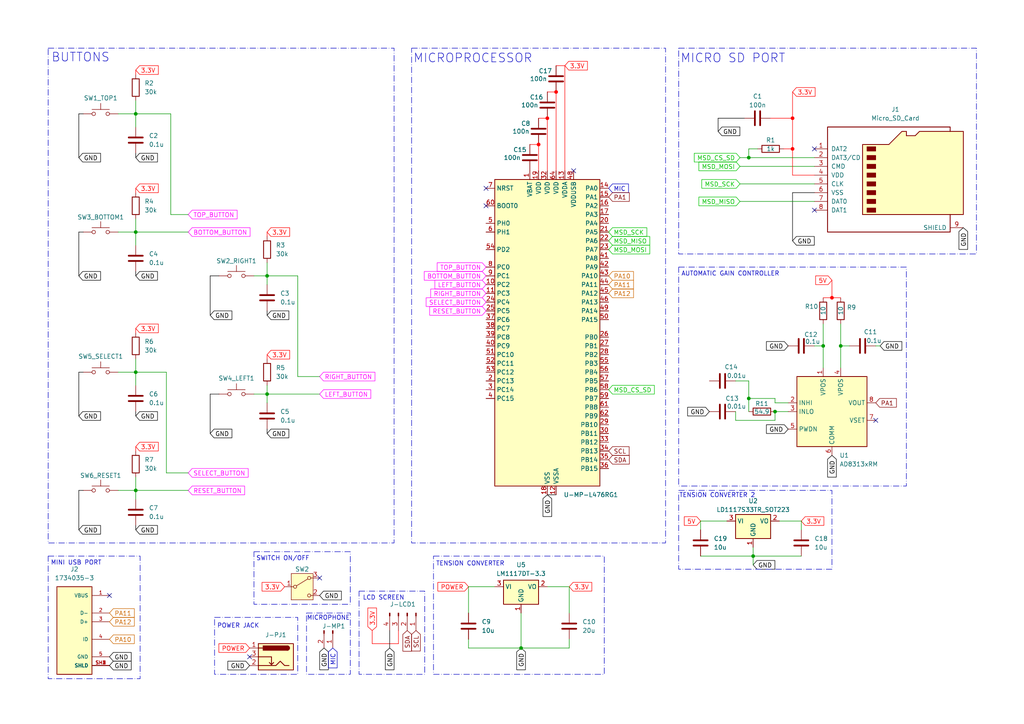
<source format=kicad_sch>
(kicad_sch (version 20231120) (generator "eeschema") (generator_version "8.0")
  (paper "A4")
  (title_block (title "Module d'Apprentissage de Piano Automatisé") (date "2024-09-24") (rev "V1") (company "ENSEA"))
  (lib_symbols
    (symbol "Connector:Barrel_Jack_Switch" (pin_names hide)
      (property "Reference" "J" (at 0 5.334 0))
      (property "Value" "Barrel_Jack_Switch" (at 0 -5.08 0))
      (symbol "Barrel_Jack_Switch_0_1"
        (rectangle (start -5.08 3.81) (end 5.08 -3.81) (stroke (width 0.254)) (fill (type background)))
        (arc (start -3.302 3.175) (mid -3.9343 2.54) (end -3.302 1.905) (stroke (width 0.254)))
        (arc (start -3.302 3.175) (mid -3.9343 2.54) (end -3.302 1.905) (stroke (width 0.254)) (fill (type outline)))
        (polyline (pts (xy 1.27 -2.286) (xy 1.905 -1.651)) (stroke (width 0.254)))
        (polyline (pts (xy 5.08 2.54) (xy 3.81 2.54)) (stroke (width 0.254)))
        (polyline (pts (xy 5.08 0) (xy 1.27 0) (xy 1.27 -2.286) (xy 0.635 -1.651)) (stroke (width 0.254)))
        (polyline (pts (xy -3.81 -2.54) (xy -2.54 -2.54) (xy -1.27 -1.27) (xy 0 -2.54) (xy 2.54 -2.54) (xy 5.08 -2.54)) (stroke (width 0.254)))
        (rectangle (start 3.683 3.175) (end -3.302 1.905) (stroke (width 0.254)) (fill (type outline)))
      )
      (symbol "Barrel_Jack_Switch_1_1"
        (pin passive line (at 7.62 2.54 180) (length 2.54) (name "~") (number "1"))
        (pin passive line (at 7.62 -2.54 180) (length 2.54) (name "~") (number "2"))
        (pin passive line (at 7.62 0 180) (length 2.54) (name "~") (number "3"))
      )
    )
    (symbol "Connector:Conn_01x02_Pin" (pin_names (offset 1.016) hide)
      (property "Reference" "J" (at 0 2.54 0))
      (property "Value" "Conn_01x02_Pin" (at 0 -5.08 0))
      (symbol "Conn_01x02_Pin_1_1"
        (polyline (pts (xy 1.27 -2.54) (xy 0.8636 -2.54)) (stroke (width 0.1524)))
        (polyline (pts (xy 1.27 0) (xy 0.8636 0)) (stroke (width 0.1524)))
        (rectangle (start 0.8636 -2.413) (end 0 -2.667) (stroke (width 0.1524)) (fill (type outline)))
        (rectangle (start 0.8636 0.127) (end 0 -0.127) (stroke (width 0.1524)) (fill (type outline)))
        (pin passive line (at 5.08 0 180) (length 3.81) (name "Pin_1") (number "1"))
        (pin passive line (at 5.08 -2.54 180) (length 3.81) (name "Pin_2") (number "2"))
      )
    )
    (symbol "Connector:Conn_01x04_Pin" (pin_names (offset 1.016) hide)
      (property "Reference" "J" (at 0 5.08 0))
      (property "Value" "Conn_01x04_Pin" (at 0 -7.62 0))
      (symbol "Conn_01x04_Pin_1_1"
        (polyline (pts (xy 1.27 -5.08) (xy 0.8636 -5.08)) (stroke (width 0.1524)))
        (polyline (pts (xy 1.27 -2.54) (xy 0.8636 -2.54)) (stroke (width 0.1524)))
        (polyline (pts (xy 1.27 0) (xy 0.8636 0)) (stroke (width 0.1524)))
        (polyline (pts (xy 1.27 2.54) (xy 0.8636 2.54)) (stroke (width 0.1524)))
        (rectangle (start 0.8636 -4.953) (end 0 -5.207) (stroke (width 0.1524)) (fill (type outline)))
        (rectangle (start 0.8636 -2.413) (end 0 -2.667) (stroke (width 0.1524)) (fill (type outline)))
        (rectangle (start 0.8636 0.127) (end 0 -0.127) (stroke (width 0.1524)) (fill (type outline)))
        (rectangle (start 0.8636 2.667) (end 0 2.413) (stroke (width 0.1524)) (fill (type outline)))
        (pin passive line (at 5.08 2.54 180) (length 3.81) (name "Pin_1") (number "1"))
        (pin passive line (at 5.08 0 180) (length 3.81) (name "Pin_2") (number "2"))
        (pin passive line (at 5.08 -2.54 180) (length 3.81) (name "Pin_3") (number "3"))
        (pin passive line (at 5.08 -5.08 180) (length 3.81) (name "Pin_4") (number "4"))
      )
    )
    (symbol "Connector:Micro_SD_Card" (pin_names (offset 1.016))
      (property "Reference" "J" (at -16.51 15.24 0))
      (property "Value" "Micro_SD_Card" (at 16.51 15.24 0))
      (symbol "Micro_SD_Card_0_1"
        (rectangle (start -7.62 -9.525) (end -5.08 -10.795) (fill (type outline)))
        (rectangle (start -7.62 -6.985) (end -5.08 -8.255) (fill (type outline)))
        (rectangle (start -7.62 -4.445) (end -5.08 -5.715) (fill (type outline)))
        (rectangle (start -7.62 -1.905) (end -5.08 -3.175) (fill (type outline)))
        (rectangle (start -7.62 0.635) (end -5.08 -0.635) (fill (type outline)))
        (rectangle (start -7.62 3.175) (end -5.08 1.905) (fill (type outline)))
        (rectangle (start -7.62 5.715) (end -5.08 4.445) (fill (type outline)))
        (rectangle (start -7.62 8.255) (end -5.08 6.985) (fill (type outline)))
        (polyline (pts (xy 16.51 12.7) (xy 16.51 13.97) (xy -19.05 13.97) (xy -19.05 -16.51) (xy 16.51 -16.51) (xy 16.51 -11.43)) (stroke (width 0.254)))
        (polyline (pts (xy -8.89 -11.43) (xy -8.89 8.89) (xy -1.27 8.89) (xy 2.54 12.7) (xy 3.81 12.7) (xy 3.81 11.43) (xy 6.35 11.43) (xy 7.62 12.7) (xy 20.32 12.7) (xy 20.32 -11.43) (xy -8.89 -11.43)) (stroke (width 0.254)) (fill (type background)))
      )
      (symbol "Micro_SD_Card_1_1"
        (pin bidirectional line (at -22.86 7.62 0) (length 3.81) (name "DAT2") (number "1"))
        (pin bidirectional line (at -22.86 5.08 0) (length 3.81) (name "DAT3/CD") (number "2"))
        (pin input line (at -22.86 2.54 0) (length 3.81) (name "CMD") (number "3"))
        (pin power_in line (at -22.86 0 0) (length 3.81) (name "VDD") (number "4"))
        (pin input line (at -22.86 -2.54 0) (length 3.81) (name "CLK") (number "5"))
        (pin power_in line (at -22.86 -5.08 0) (length 3.81) (name "VSS") (number "6"))
        (pin bidirectional line (at -22.86 -7.62 0) (length 3.81) (name "DAT0") (number "7"))
        (pin bidirectional line (at -22.86 -10.16 0) (length 3.81) (name "DAT1") (number "8"))
        (pin passive line (at 20.32 -15.24 180) (length 3.81) (name "SHIELD") (number "9"))
      )
    )
    (symbol "Device:C" (pin_numbers hide) (pin_names (offset 0.254))
      (property "Reference" "C" (at 0.635 2.54 0))
      (property "Value" "C" (at 0.635 -2.54 0))
      (symbol "C_0_1"
        (polyline (pts (xy -2.032 -0.762) (xy 2.032 -0.762)) (stroke (width 0.508)))
        (polyline (pts (xy -2.032 0.762) (xy 2.032 0.762)) (stroke (width 0.508)))
      )
      (symbol "C_1_1"
        (pin passive line (at 0 3.81 270) (length 2.794) (name "~") (number "1"))
        (pin passive line (at 0 -3.81 90) (length 2.794) (name "~") (number "2"))
      )
    )
    (symbol "Device:R" (pin_numbers hide) (pin_names (offset 0))
      (property "Reference" "R" (at 2.032 0 90))
      (property "Value" "R" (at 0 0 90))
      (symbol "R_0_1"
        (rectangle (start -1.016 -2.54) (end 1.016 2.54) (stroke (width 0.254)))
      )
      (symbol "R_1_1"
        (pin passive line (at 0 3.81 270) (length 1.27) (name "~") (number "1"))
        (pin passive line (at 0 -3.81 90) (length 1.27) (name "~") (number "2"))
      )
    )
    (symbol "MCU_ST_STM32L4:STM32L476RGTx"
      (property "Reference" "U" (at -15.24 46.99 0))
      (property "Value" "STM32L476RGTx" (at 10.16 46.99 0))
      (symbol "STM32L476RGTx_0_1"
        (rectangle (start -15.24 -43.18) (end 15.24 45.72) (stroke (width 0.254)) (fill (type background)))
      )
      (symbol "STM32L476RGTx_1_1"
        (pin power_in line (at -5.08 48.26 270) (length 2.54) (name "VBAT") (number "1"))
        (pin bidirectional line (at -17.78 15.24 0) (length 2.54) (name "PC2") (number "10"))
        (pin bidirectional line (at -17.78 12.7 0) (length 2.54) (name "PC3") (number "11"))
        (pin power_in line (at 2.54 -45.72 90) (length 2.54) (name "VSSA") (number "12"))
        (pin power_in line (at 5.08 48.26 270) (length 2.54) (name "VDDA") (number "13"))
        (pin bidirectional line (at 17.78 43.18 180) (length 2.54) (name "PA0") (number "14"))
        (pin bidirectional line (at 17.78 40.64 180) (length 2.54) (name "PA1") (number "15"))
        (pin bidirectional line (at 17.78 38.1 180) (length 2.54) (name "PA2") (number "16"))
        (pin bidirectional line (at 17.78 35.56 180) (length 2.54) (name "PA3") (number "17"))
        (pin power_in line (at 0 -45.72 90) (length 2.54) (name "VSS") (number "18"))
        (pin power_in line (at -2.54 48.26 270) (length 2.54) (name "VDD") (number "19"))
        (pin bidirectional line (at -17.78 -12.7 0) (length 2.54) (name "PC13") (number "2"))
        (pin bidirectional line (at 17.78 33.02 180) (length 2.54) (name "PA4") (number "20"))
        (pin bidirectional line (at 17.78 30.48 180) (length 2.54) (name "PA5") (number "21"))
        (pin bidirectional line (at 17.78 27.94 180) (length 2.54) (name "PA6") (number "22"))
        (pin bidirectional line (at 17.78 25.4 180) (length 2.54) (name "PA7") (number "23"))
        (pin bidirectional line (at -17.78 10.16 0) (length 2.54) (name "PC4") (number "24"))
        (pin bidirectional line (at -17.78 7.62 0) (length 2.54) (name "PC5") (number "25"))
        (pin bidirectional line (at 17.78 0 180) (length 2.54) (name "PB0") (number "26"))
        (pin bidirectional line (at 17.78 -2.54 180) (length 2.54) (name "PB1") (number "27"))
        (pin bidirectional line (at 17.78 -5.08 180) (length 2.54) (name "PB2") (number "28"))
        (pin bidirectional line (at 17.78 -25.4 180) (length 2.54) (name "PB10") (number "29"))
        (pin bidirectional line (at -17.78 -15.24 0) (length 2.54) (name "PC14") (number "3"))
        (pin bidirectional line (at 17.78 -27.94 180) (length 2.54) (name "PB11") (number "30"))
        (pin passive line (at 0 -45.72 90) (length 2.54) hide (name "VSS") (number "31"))
        (pin power_in line (at 0 48.26 270) (length 2.54) (name "VDD") (number "32"))
        (pin bidirectional line (at 17.78 -30.48 180) (length 2.54) (name "PB12") (number "33"))
        (pin bidirectional line (at 17.78 -33.02 180) (length 2.54) (name "PB13") (number "34"))
        (pin bidirectional line (at 17.78 -35.56 180) (length 2.54) (name "PB14") (number "35"))
        (pin bidirectional line (at 17.78 -38.1 180) (length 2.54) (name "PB15") (number "36"))
        (pin bidirectional line (at -17.78 5.08 0) (length 2.54) (name "PC6") (number "37"))
        (pin bidirectional line (at -17.78 2.54 0) (length 2.54) (name "PC7") (number "38"))
        (pin bidirectional line (at -17.78 0 0) (length 2.54) (name "PC8") (number "39"))
        (pin bidirectional line (at -17.78 -17.78 0) (length 2.54) (name "PC15") (number "4"))
        (pin bidirectional line (at -17.78 -2.54 0) (length 2.54) (name "PC9") (number "40"))
        (pin bidirectional line (at 17.78 22.86 180) (length 2.54) (name "PA8") (number "41"))
        (pin bidirectional line (at 17.78 20.32 180) (length 2.54) (name "PA9") (number "42"))
        (pin bidirectional line (at 17.78 17.78 180) (length 2.54) (name "PA10") (number "43"))
        (pin bidirectional line (at 17.78 15.24 180) (length 2.54) (name "PA11") (number "44"))
        (pin bidirectional line (at 17.78 12.7 180) (length 2.54) (name "PA12") (number "45"))
        (pin bidirectional line (at 17.78 10.16 180) (length 2.54) (name "PA13") (number "46"))
        (pin passive line (at 0 -45.72 90) (length 2.54) hide (name "VSS") (number "47"))
        (pin power_in line (at 7.62 48.26 270) (length 2.54) (name "VDDUSB") (number "48"))
        (pin bidirectional line (at 17.78 7.62 180) (length 2.54) (name "PA14") (number "49"))
        (pin bidirectional line (at -17.78 33.02 0) (length 2.54) (name "PH0") (number "5"))
        (pin bidirectional line (at 17.78 5.08 180) (length 2.54) (name "PA15") (number "50"))
        (pin bidirectional line (at -17.78 -5.08 0) (length 2.54) (name "PC10") (number "51"))
        (pin bidirectional line (at -17.78 -7.62 0) (length 2.54) (name "PC11") (number "52"))
        (pin bidirectional line (at -17.78 -10.16 0) (length 2.54) (name "PC12") (number "53"))
        (pin bidirectional line (at -17.78 25.4 0) (length 2.54) (name "PD2") (number "54"))
        (pin bidirectional line (at 17.78 -7.62 180) (length 2.54) (name "PB3") (number "55"))
        (pin bidirectional line (at 17.78 -10.16 180) (length 2.54) (name "PB4") (number "56"))
        (pin bidirectional line (at 17.78 -12.7 180) (length 2.54) (name "PB5") (number "57"))
        (pin bidirectional line (at 17.78 -15.24 180) (length 2.54) (name "PB6") (number "58"))
        (pin bidirectional line (at 17.78 -17.78 180) (length 2.54) (name "PB7") (number "59"))
        (pin bidirectional line (at -17.78 30.48 0) (length 2.54) (name "PH1") (number "6"))
        (pin input line (at -17.78 38.1 0) (length 2.54) (name "BOOT0") (number "60"))
        (pin bidirectional line (at 17.78 -20.32 180) (length 2.54) (name "PB8") (number "61"))
        (pin bidirectional line (at 17.78 -22.86 180) (length 2.54) (name "PB9") (number "62"))
        (pin passive line (at 0 -45.72 90) (length 2.54) hide (name "VSS") (number "63"))
        (pin power_in line (at 2.54 48.26 270) (length 2.54) (name "VDD") (number "64"))
        (pin input line (at -17.78 43.18 0) (length 2.54) (name "NRST") (number "7"))
        (pin bidirectional line (at -17.78 20.32 0) (length 2.54) (name "PC0") (number "8"))
        (pin bidirectional line (at -17.78 17.78 0) (length 2.54) (name "PC1") (number "9"))
      )
    )
    (symbol "Port mini usb:1734035-3" (pin_names (offset 1.016))
      (property "Reference" "J" (at -5.0885 13.2301 0))
      (property "Value" "1734035-3" (at -5.0864 -15.2592 0))
      (symbol "1734035-3_0_0"
        (rectangle (start -5.08 -12.7) (end 5.08 12.7) (stroke (width 0.254)) (fill (type background)))
        (pin passive line (at 10.16 10.16 180) (length 5.08) (name "VBUS") (number "1"))
        (pin passive line (at 10.16 5.08 180) (length 5.08) (name "D-") (number "2"))
        (pin passive line (at 10.16 2.54 180) (length 5.08) (name "D+") (number "3"))
        (pin passive line (at 10.16 -2.54 180) (length 5.08) (name "ID") (number "4"))
        (pin passive line (at 10.16 -7.62 180) (length 5.08) (name "GND") (number "5"))
        (pin passive line (at 10.16 -10.16 180) (length 5.08) (name "SHLD") (number "SH1"))
        (pin passive line (at 10.16 -10.16 180) (length 5.08) (name "SHLD") (number "SH2"))
        (pin passive line (at 10.16 -10.16 180) (length 5.08) (name "SHLD") (number "SH3"))
        (pin passive line (at 10.16 -10.16 180) (length 5.08) (name "SHLD") (number "SH4"))
      )
    )
    (symbol "RF_Amplifier:AD8313xRM"
      (property "Reference" "U" (at 5.08 17.78 0))
      (property "Value" "AD8313xRM" (at 7.62 15.24 0))
      (symbol "AD8313xRM_0_1"
        (rectangle (start -10.16 10.16) (end 10.16 -10.16) (stroke (width 0.254)) (fill (type background)))
      )
      (symbol "AD8313xRM_1_1"
        (pin power_in line (at -2.54 12.7 270) (length 2.54) (name "VPOS") (number "1"))
        (pin input line (at -12.7 2.54 0) (length 2.54) (name "INHI") (number "2"))
        (pin input line (at -12.7 0 0) (length 2.54) (name "INLO") (number "3"))
        (pin power_in line (at 2.54 12.7 270) (length 2.54) (name "VPOS") (number "4"))
        (pin input line (at -12.7 -5.08 0) (length 2.54) (name "PWDN") (number "5"))
        (pin power_in line (at 0 -12.7 90) (length 2.54) (name "COMM") (number "6"))
        (pin input line (at 12.7 -2.54 180) (length 2.54) (name "VSET") (number "7"))
        (pin output line (at 12.7 2.54 180) (length 2.54) (name "VOUT") (number "8"))
      )
    )
    (symbol "Regulator_Linear:LD1117S33TR_SOT223"
      (property "Reference" "U" (at -3.81 3.175 0))
      (property "Value" "LD1117S33TR_SOT223" (at 0 3.175 0))
      (symbol "LD1117S33TR_SOT223_0_1"
        (rectangle (start -5.08 -5.08) (end 5.08 1.905) (stroke (width 0.254)) (fill (type background)))
      )
      (symbol "LD1117S33TR_SOT223_1_1"
        (pin power_in line (at 0 -7.62 90) (length 2.54) (name "GND") (number "1"))
        (pin power_out line (at 7.62 0 180) (length 2.54) (name "VO") (number "2"))
        (pin power_in line (at -7.62 0 0) (length 2.54) (name "VI") (number "3"))
      )
    )
    (symbol "Regulator_Linear:LM1117DT-3.3"
      (property "Reference" "U" (at -3.81 3.175 0))
      (property "Value" "LM1117DT-3.3" (at 0 3.175 0))
      (symbol "LM1117DT-3.3_0_1"
        (rectangle (start -5.08 -5.08) (end 5.08 1.905) (stroke (width 0.254)) (fill (type background)))
      )
      (symbol "LM1117DT-3.3_1_1"
        (pin power_in line (at 0 -7.62 90) (length 2.54) (name "GND") (number "1"))
        (pin power_out line (at 7.62 0 180) (length 2.54) (name "VO") (number "2"))
        (pin power_in line (at -7.62 0 0) (length 2.54) (name "VI") (number "3"))
      )
    )
    (symbol "Switch:SW_Push" (pin_numbers hide) (pin_names (offset 1.016) hide)
      (property "Reference" "SW" (at 1.27 2.54 0))
      (property "Value" "SW_Push" (at 0 -1.524 0))
      (symbol "SW_Push_0_1"
        (circle (center -2.032 0) (radius 0.508))
        (polyline (pts (xy 0 1.27) (xy 0 3.048)))
        (polyline (pts (xy 2.54 1.27) (xy -2.54 1.27)))
        (circle (center 2.032 0) (radius 0.508))
        (pin passive line (at -5.08 0 0) (length 2.54) (name "1") (number "1"))
        (pin passive line (at 5.08 0 180) (length 2.54) (name "2") (number "2"))
      )
    )
    (symbol "Switch:SW_Wuerth_450301014042" (pin_names (offset 1) hide)
      (property "Reference" "SW" (at 0 5.08 0))
      (property "Value" "SW_Wuerth_450301014042" (at 0 -5.08 0))
      (symbol "SW_Wuerth_450301014042_0_1"
        (circle (center -2.032 0) (radius 0.4572))
        (polyline (pts (xy -1.651 0.254) (xy 1.651 2.286)))
        (circle (center 2.032 -2.54) (radius 0.4572))
        (circle (center 2.032 2.54) (radius 0.4572))
      )
      (symbol "SW_Wuerth_450301014042_1_1"
        (rectangle (start -3.175 3.81) (end 3.175 -3.81) (fill (type background)))
        (pin passive line (at -5.08 0 0) (length 2.54) (name "B") (number "1"))
        (pin passive line (at 5.08 -2.54 180) (length 2.54) (name "C") (number "2"))
        (pin passive line (at 5.08 2.54 180) (length 2.54) (name "A") (number "3"))
      )
    )
  )
  (junction (at 39.37 142.24))
  (junction (at 217.17 45.72))
  (junction (at 229.87 34.29) (color 255 0 0 1))
  (junction (at 238.76 100.33))
  (junction (at 39.37 67.31))
  (junction (at 241.3 86.36) (color 255 0 0 1))
  (junction (at 39.37 33.02))
  (junction (at 161.29 26.67) (color 255 0 0 1))
  (junction (at 243.84 100.33))
  (junction (at 39.37 107.95))
  (junction (at 77.47 114.3))
  (junction (at 77.47 80.01))
  (junction (at 217.17 115.57))
  (junction (at 229.87 43.18) (color 255 0 0 1))
  (junction (at 218.44 161.29))
  (junction (at 158.75 34.29) (color 255 0 0 1))
  (junction (at 156.21 41.91) (color 255 0 0 1))
  (junction (at 151.13 187.96))
  (junction (at 224.79 119.38))
  (no_connect (at 236.22 43.18))
  (no_connect (at 31.75 172.72))
  (no_connect (at 92.71 167.64))
  (no_connect (at 140.97 59.69))
  (no_connect (at 166.37 49.53))
  (no_connect (at 254 121.92))
  (no_connect (at 140.97 54.61))
  (no_connect (at 72.39 190.5))
  (no_connect (at 236.22 60.96))
  (wire (pts (xy 60.96 80.01) (xy 63.5 80.01)) (stroke (width 0) (color 0 0 0 1)))
  (wire (pts (xy 243.84 106.68) (xy 243.84 100.33)))
  (wire (pts (xy 213.36 121.92) (xy 224.79 121.92)))
  (wire (pts (xy 115.57 186.69) (xy 107.95 186.69)) (stroke (width 0) (color 255 0 0 1)))
  (wire (pts (xy 135.89 170.18) (xy 143.51 170.18)))
  (wire (pts (xy 22.86 67.31) (xy 22.86 80.01)) (stroke (width 0) (color 0 0 0 1)))
  (wire (pts (xy 39.37 29.21) (xy 39.37 33.02)))
  (wire (pts (xy 39.37 44.45) (xy 39.37 45.72)) (stroke (width 0) (color 0 0 0 1)))
  (wire (pts (xy 161.29 26.67) (xy 161.29 49.53)) (stroke (width 0) (color 255 0 0 1)))
  (wire (pts (xy 135.89 187.96) (xy 151.13 187.96)))
  (wire (pts (xy 214.63 58.42) (xy 236.22 58.42)))
  (wire (pts (xy 208.28 38.1) (xy 208.28 34.29)) (stroke (width 0) (color 0 0 0 1)))
  (wire (pts (xy 224.79 115.57) (xy 224.79 116.84)))
  (wire (pts (xy 77.47 90.17) (xy 77.47 91.44)) (stroke (width 0) (color 0 0 0 1)))
  (wire (pts (xy 236.22 50.8) (xy 229.87 50.8)) (stroke (width 0) (color 255 0 0 1)))
  (wire (pts (xy 238.76 100.33) (xy 238.76 106.68)))
  (wire (pts (xy 49.53 33.02) (xy 39.37 33.02)))
  (wire (pts (xy 219.71 43.18) (xy 217.17 43.18)))
  (wire (pts (xy 92.71 109.22) (xy 86.36 109.22)))
  (wire (pts (xy 238.76 93.98) (xy 238.76 100.33)))
  (wire (pts (xy 48.26 137.16) (xy 48.26 107.95)))
  (wire (pts (xy 214.63 53.34) (xy 236.22 53.34)))
  (wire (pts (xy 218.44 161.29) (xy 218.44 163.83)))
  (wire (pts (xy 224.79 119.38) (xy 228.6 119.38)))
  (wire (pts (xy 151.13 177.8) (xy 151.13 187.96)))
  (wire (pts (xy 243.84 93.98) (xy 243.84 100.33)))
  (wire (pts (xy 22.86 142.24) (xy 24.13 142.24)) (stroke (width 0) (color 0 0 0 1)))
  (wire (pts (xy 208.28 34.29) (xy 215.9 34.29)) (stroke (width 0) (color 0 0 0 1)))
  (wire (pts (xy 217.17 119.38) (xy 217.17 115.57)))
  (wire (pts (xy 203.2 161.29) (xy 218.44 161.29)))
  (wire (pts (xy 217.17 45.72) (xy 236.22 45.72)))
  (wire (pts (xy 158.75 170.18) (xy 165.1 170.18)))
  (wire (pts (xy 77.47 76.2) (xy 77.47 80.01)))
  (wire (pts (xy 22.86 107.95) (xy 24.13 107.95)) (stroke (width 0) (color 0 0 0 1)))
  (wire (pts (xy 39.37 142.24) (xy 54.61 142.24)))
  (wire (pts (xy 161.29 19.05) (xy 163.83 19.05)) (stroke (width 0) (color 255 0 0 1)))
  (wire (pts (xy 224.79 121.92) (xy 224.79 119.38)))
  (wire (pts (xy 158.75 34.29) (xy 158.75 49.53)) (stroke (width 0) (color 255 0 0 1)))
  (wire (pts (xy 39.37 138.43) (xy 39.37 142.24)))
  (wire (pts (xy 217.17 110.49) (xy 217.17 115.57)))
  (wire (pts (xy 73.66 114.3) (xy 77.47 114.3)))
  (wire (pts (xy 158.75 143.51) (xy 161.29 143.51)) (stroke (width 0) (color 0 0 0 1)))
  (wire (pts (xy 39.37 67.31) (xy 39.37 71.12)))
  (wire (pts (xy 39.37 152.4) (xy 39.37 153.67)) (stroke (width 0) (color 0 0 0 1)))
  (wire (pts (xy 229.87 43.18) (xy 229.87 34.29)) (stroke (width 0) (color 255 0 0 1)))
  (wire (pts (xy 107.95 182.88) (xy 107.95 186.69)) (stroke (width 0) (color 255 0 0 1)))
  (wire (pts (xy 77.47 67.31) (xy 77.47 68.58)) (stroke (width 0) (color 255 0 0 1)))
  (wire (pts (xy 163.83 19.05) (xy 163.83 49.53)) (stroke (width 0) (color 255 0 0 1)))
  (wire (pts (xy 218.44 161.29) (xy 218.44 158.75)))
  (wire (pts (xy 22.86 33.02) (xy 24.13 33.02)) (stroke (width 0) (color 0 0 0 1)))
  (wire (pts (xy 236.22 100.33) (xy 238.76 100.33)))
  (wire (pts (xy 39.37 78.74) (xy 39.37 80.01)) (stroke (width 0) (color 0 0 0 1)))
  (wire (pts (xy 241.3 86.36) (xy 241.3 81.28)) (stroke (width 0) (color 255 0 0 1)))
  (wire (pts (xy 54.61 62.23) (xy 49.53 62.23)))
  (wire (pts (xy 77.47 114.3) (xy 92.71 114.3)))
  (wire (pts (xy 218.44 161.29) (xy 232.41 161.29)))
  (wire (pts (xy 158.75 26.67) (xy 161.29 26.67)) (stroke (width 0) (color 255 0 0 1)))
  (wire (pts (xy 232.41 151.13) (xy 232.41 153.67)))
  (wire (pts (xy 39.37 95.25) (xy 39.37 96.52)) (stroke (width 0) (color 255 0 0 1)))
  (wire (pts (xy 226.06 151.13) (xy 232.41 151.13)))
  (wire (pts (xy 135.89 185.42) (xy 135.89 187.96)))
  (wire (pts (xy 135.89 177.8) (xy 135.89 170.18)))
  (wire (pts (xy 243.84 100.33) (xy 246.38 100.33)))
  (wire (pts (xy 60.96 91.44) (xy 60.96 80.01)) (stroke (width 0) (color 0 0 0 1)))
  (wire (pts (xy 39.37 104.14) (xy 39.37 107.95)))
  (wire (pts (xy 39.37 142.24) (xy 39.37 144.78)))
  (wire (pts (xy 255.27 100.33) (xy 254 100.33)))
  (wire (pts (xy 86.36 109.22) (xy 86.36 80.01)))
  (wire (pts (xy 48.26 107.95) (xy 39.37 107.95)))
  (wire (pts (xy 22.86 153.67) (xy 22.86 142.24)) (stroke (width 0) (color 0 0 0 1)))
  (wire (pts (xy 217.17 43.18) (xy 217.17 45.72)))
  (wire (pts (xy 77.47 124.46) (xy 77.47 125.73)) (stroke (width 0) (color 0 0 0 1)))
  (wire (pts (xy 54.61 137.16) (xy 48.26 137.16)))
  (wire (pts (xy 34.29 67.31) (xy 39.37 67.31)))
  (wire (pts (xy 60.96 125.73) (xy 60.96 114.3)) (stroke (width 0) (color 0 0 0 1)))
  (wire (pts (xy 153.67 41.91) (xy 156.21 41.91)) (stroke (width 0) (color 255 0 0 1)))
  (wire (pts (xy 229.87 55.88) (xy 236.22 55.88)) (stroke (width 0) (color 0 0 0 1)))
  (wire (pts (xy 34.29 142.24) (xy 39.37 142.24)))
  (wire (pts (xy 86.36 80.01) (xy 77.47 80.01)))
  (wire (pts (xy 217.17 115.57) (xy 224.79 115.57)))
  (wire (pts (xy 39.37 119.38) (xy 39.37 120.65)) (stroke (width 0) (color 0 0 0 1)))
  (wire (pts (xy 39.37 129.54) (xy 39.37 130.81)) (stroke (width 0) (color 255 0 0 1)))
  (wire (pts (xy 203.2 151.13) (xy 210.82 151.13)))
  (wire (pts (xy 113.03 182.88) (xy 113.03 187.96)) (stroke (width 0) (color 0 0 0 1)))
  (wire (pts (xy 22.86 45.72) (xy 22.86 33.02)) (stroke (width 0) (color 0 0 0 1)))
  (wire (pts (xy 73.66 80.01) (xy 77.47 80.01)))
  (wire (pts (xy 39.37 67.31) (xy 54.61 67.31)))
  (wire (pts (xy 39.37 107.95) (xy 39.37 111.76)))
  (wire (pts (xy 39.37 63.5) (xy 39.37 67.31)))
  (wire (pts (xy 39.37 54.61) (xy 39.37 55.88)) (stroke (width 0) (color 255 0 0 1)))
  (wire (pts (xy 115.57 182.88) (xy 115.57 186.69)) (stroke (width 0) (color 255 0 0 1)))
  (wire (pts (xy 241.3 86.36) (xy 243.84 86.36)) (stroke (width 0) (color 255 0 0 1)))
  (wire (pts (xy 77.47 102.87) (xy 77.47 104.14)) (stroke (width 0) (color 255 0 0 1)))
  (wire (pts (xy 214.63 45.72) (xy 217.17 45.72)))
  (wire (pts (xy 229.87 50.8) (xy 229.87 43.18)) (stroke (width 0) (color 255 0 0 1)))
  (wire (pts (xy 77.47 80.01) (xy 77.47 82.55)))
  (wire (pts (xy 34.29 33.02) (xy 39.37 33.02)))
  (wire (pts (xy 22.86 67.31) (xy 24.13 67.31)) (stroke (width 0) (color 0 0 0 1)))
  (wire (pts (xy 22.86 120.65) (xy 22.86 107.95)) (stroke (width 0) (color 0 0 0 1)))
  (wire (pts (xy 34.29 107.95) (xy 39.37 107.95)))
  (wire (pts (xy 77.47 111.76) (xy 77.47 114.3)))
  (wire (pts (xy 213.36 110.49) (xy 217.17 110.49)))
  (wire (pts (xy 39.37 20.32) (xy 39.37 21.59)) (stroke (width 0) (color 255 0 0 1)))
  (wire (pts (xy 165.1 187.96) (xy 165.1 185.42)))
  (wire (pts (xy 156.21 41.91) (xy 156.21 49.53)) (stroke (width 0) (color 255 0 0 1)))
  (wire (pts (xy 227.33 43.18) (xy 229.87 43.18)) (stroke (width 0) (color 255 0 0 1)))
  (wire (pts (xy 224.79 116.84) (xy 228.6 116.84)))
  (wire (pts (xy 223.52 34.29) (xy 229.87 34.29)) (stroke (width 0) (color 255 0 0 1)))
  (wire (pts (xy 77.47 114.3) (xy 77.47 116.84)))
  (wire (pts (xy 213.36 119.38) (xy 213.36 121.92)))
  (wire (pts (xy 229.87 69.85) (xy 229.87 55.88)) (stroke (width 0) (color 0 0 0 1)))
  (wire (pts (xy 229.87 34.29) (xy 229.87 26.67)) (stroke (width 0) (color 255 0 0 1)))
  (wire (pts (xy 49.53 62.23) (xy 49.53 33.02)))
  (wire (pts (xy 156.21 34.29) (xy 158.75 34.29)) (stroke (width 0) (color 255 0 0 1)))
  (wire (pts (xy 151.13 187.96) (xy 165.1 187.96)))
  (wire (pts (xy 60.96 114.3) (xy 63.5 114.3)) (stroke (width 0) (color 0 0 0 1)))
  (wire (pts (xy 214.63 48.26) (xy 236.22 48.26)))
  (wire (pts (xy 203.2 153.67) (xy 203.2 151.13)))
  (wire (pts (xy 238.76 86.36) (xy 241.3 86.36)) (stroke (width 0) (color 255 0 0 1)))
  (wire (pts (xy 165.1 170.18) (xy 165.1 177.8)))
  (wire (pts (xy 39.37 33.02) (xy 39.37 36.83)))
  (text_box "" (at 196.85 77.47 0) (size 66.04 63.5) (stroke (width 0) (type dash_dot)) (effects (font (size 1.27 1.27)) (justify left top)))
  (text_box "" (at 125.73 161.29 0) (size 49.53 34.29) (stroke (width 0) (type dash_dot)) (effects (font (size 1.27 1.27)) (justify left top)))
  (text_box "" (at 13.97 13.97 0) (size 100.33 143.51) (stroke (width 0) (type dash_dot)) (effects (font (size 1.27 1.27)) (justify left top)))
  (text_box "" (at 104.14 171.45 0) (size 19.05 24.13) (stroke (width 0) (type dash_dot)) (effects (font (size 1.27 1.27)) (justify left top)))
  (text_box "" (at 62.23 179.07 0) (size 24.13 16.51) (stroke (width 0) (type dash_dot)) (effects (font (size 1.27 1.27)) (justify left top)))
  (text_box "" (at 119.38 13.97 0) (size 73.66 143.51) (stroke (width 0) (type dash_dot)) (effects (font (size 1.27 1.27)) (justify left top)))
  (text_box "" (at 196.85 142.24 0) (size 44.45 22.86) (stroke (width 0) (type dash_dot)) (effects (font (size 1.27 1.27)) (justify left top)))
  (text_box "" (at 73.66 160.02 0) (size 27.94 15.24) (stroke (width 0) (type dash_dot)) (effects (font (size 1.27 1.27)) (justify left top)))
  (text_box "" (at 88.9 177.8 0) (size 12.7 17.78) (stroke (width 0) (type dash_dot)) (effects (font (size 1.27 1.27)) (justify left top)))
  (text_box "" (at 196.85 13.97 0) (size 86.36 59.69) (stroke (width 0) (type dash_dot)) (effects (font (size 1.27 1.27)) (justify left top)))
  (text_box "" (at 13.97 161.29 0) (size 26.67 35.56) (stroke (width 0) (type dash_dot)) (effects (font (size 1.27 1.27)) (justify left top)))
  (text "TENSION CONVERTER 2" (at 208.026 143.764 0) (effects (font (size 1.27 1.27))))
  (text "MICROPROCESSOR" (at 137.16 17.018 0) (effects (font (size 2.54 2.54))))
  (text "SWITCH ON/OFF" (at 82.042 162.052 0) (effects (font (size 1.27 1.27))))
  (text "LCD SCREEN" (at 111.252 173.482 0) (effects (font (size 1.27 1.27))))
  (text "MINI USB PORT" (at 22.098 163.322 0) (effects (font (size 1.27 1.27))))
  (text "TENSION CONVERTER" (at 136.398 163.576 0) (effects (font (size 1.27 1.27))))
  (text "BUTTONS" (at 23.368 16.764 0) (effects (font (size 2.54 2.54))))
  (text "MICROPHONE" (at 95.25 179.324 0) (effects (font (size 1.27 1.27))))
  (text "AUTOMATIC GAIN CONTROLLER" (at 211.836 79.502 0) (effects (font (size 1.27 1.27))))
  (text "POWER JACK" (at 69.088 181.61 0) (effects (font (size 1.27 1.27))))
  (text "MICRO SD PORT" (at 212.598 17.018 0) (effects (font (size 2.54 2.54))))
  (global_label "GND" (shape input) (at 228.6 100.33 180) (property "Intersheetrefs" "${INTERSHEET_REFS}" (effects (hide yes))))
  (global_label "PA12" (shape input) (at 176.53 85.09 0) (property "Intersheetrefs" "${INTERSHEET_REFS}" (effects (hide yes))))
  (global_label "3.3V" (shape input) (at 165.1 170.18 0) (property "Intersheetrefs" "${INTERSHEET_REFS}" (effects (hide yes))))
  (global_label "3.3V" (shape input) (at 232.41 151.13 0) (property "Intersheetrefs" "${INTERSHEET_REFS}" (effects (hide yes))))
  (global_label "MSD_MISO" (shape input) (at 214.63 58.42 180) (property "Intersheetrefs" "${INTERSHEET_REFS}" (effects (hide yes))))
  (global_label "PA10" (shape input) (at 31.75 185.42 0) (property "Intersheetrefs" "${INTERSHEET_REFS}" (effects (hide yes))))
  (global_label "5V" (shape input) (at 241.3 81.28 180) (property "Intersheetrefs" "${INTERSHEET_REFS}" (effects (hide yes))))
  (global_label "MSD_MOSI" (shape input) (at 214.63 48.26 180) (property "Intersheetrefs" "${INTERSHEET_REFS}" (effects (hide yes))))
  (global_label "SELECT_BUTTON" (shape input) (at 54.61 137.16 0) (property "Intersheetrefs" "${INTERSHEET_REFS}" (effects (hide yes))))
  (global_label "PA1" (shape input) (at 176.53 57.15 0) (property "Intersheetrefs" "${INTERSHEET_REFS}" (effects (hide yes))))
  (global_label "SCL" (shape input) (at 176.53 130.81 0) (property "Intersheetrefs" "${INTERSHEET_REFS}" (effects (hide yes))))
  (global_label "MSD_CS_SD" (shape input) (at 176.53 113.03 0) (property "Intersheetrefs" "${INTERSHEET_REFS}" (effects (hide yes))))
  (global_label "SELECT_BUTTON" (shape input) (at 140.97 87.63 180) (property "Intersheetrefs" "${INTERSHEET_REFS}" (effects (hide yes))))
  (global_label "GND" (shape input) (at 22.86 120.65 0) (property "Intersheetrefs" "${INTERSHEET_REFS}" (effects (hide yes))))
  (global_label "3.3V" (shape input) (at 39.37 129.54 0) (property "Intersheetrefs" "${INTERSHEET_REFS}" (effects (hide yes))))
  (global_label "GND" (shape input) (at 39.37 80.01 0) (property "Intersheetrefs" "${INTERSHEET_REFS}" (effects (hide yes))))
  (global_label "SDA" (shape input) (at 118.11 182.88 270) (property "Intersheetrefs" "${INTERSHEET_REFS}" (effects (hide yes))))
  (global_label "MSD_MISO" (shape input) (at 176.53 69.85 0) (property "Intersheetrefs" "${INTERSHEET_REFS}" (effects (hide yes))))
  (global_label "GND" (shape input) (at 113.03 187.96 270) (property "Intersheetrefs" "${INTERSHEET_REFS}" (effects (hide yes))))
  (global_label "GND" (shape input) (at 60.96 91.44 0) (property "Intersheetrefs" "${INTERSHEET_REFS}" (effects (hide yes))))
  (global_label "SDA" (shape input) (at 176.53 133.35 0) (property "Intersheetrefs" "${INTERSHEET_REFS}" (effects (hide yes))))
  (global_label "MSD_SCK" (shape input) (at 176.53 67.31 0) (property "Intersheetrefs" "${INTERSHEET_REFS}" (effects (hide yes))))
  (global_label "LEFT_BUTTON" (shape input) (at 140.97 82.55 180) (property "Intersheetrefs" "${INTERSHEET_REFS}" (effects (hide yes))))
  (global_label "5V" (shape input) (at 203.2 151.13 180) (property "Intersheetrefs" "${INTERSHEET_REFS}" (effects (hide yes))))
  (global_label "PA11" (shape input) (at 31.75 177.8 0) (property "Intersheetrefs" "${INTERSHEET_REFS}" (effects (hide yes))))
  (global_label "GND" (shape input) (at 93.98 187.96 270) (property "Intersheetrefs" "${INTERSHEET_REFS}" (effects (hide yes))))
  (global_label "3.3V" (shape input) (at 163.83 19.05 0) (property "Intersheetrefs" "${INTERSHEET_REFS}" (effects (hide yes))))
  (global_label "MSD_MOSI" (shape input) (at 176.53 72.39 0) (property "Intersheetrefs" "${INTERSHEET_REFS}" (effects (hide yes))))
  (global_label "RESET_BUTTON" (shape input) (at 54.61 142.24 0) (property "Intersheetrefs" "${INTERSHEET_REFS}" (effects (hide yes))))
  (global_label "3.3V" (shape input) (at 39.37 95.25 0) (property "Intersheetrefs" "${INTERSHEET_REFS}" (effects (hide yes))))
  (global_label "PA12" (shape input) (at 31.75 180.34 0) (property "Intersheetrefs" "${INTERSHEET_REFS}" (effects (hide yes))))
  (global_label "3.3V" (shape input) (at 82.55 170.18 180) (property "Intersheetrefs" "${INTERSHEET_REFS}" (effects (hide yes))))
  (global_label "GND" (shape input) (at 39.37 153.67 0) (property "Intersheetrefs" "${INTERSHEET_REFS}" (effects (hide yes))))
  (global_label "GND" (shape input) (at 229.87 69.85 0) (property "Intersheetrefs" "${INTERSHEET_REFS}" (effects (hide yes))))
  (global_label "POWER" (shape input) (at 135.89 170.18 180) (property "Intersheetrefs" "${INTERSHEET_REFS}" (effects (hide yes))))
  (global_label "SCL" (shape input) (at 120.65 182.88 270) (property "Intersheetrefs" "${INTERSHEET_REFS}" (effects (hide yes))))
  (global_label "GND" (shape input) (at 39.37 120.65 0) (property "Intersheetrefs" "${INTERSHEET_REFS}" (effects (hide yes))))
  (global_label "MSD_CS_SD" (shape input) (at 214.63 45.72 180) (property "Intersheetrefs" "${INTERSHEET_REFS}" (effects (hide yes))))
  (global_label "TOP_BUTTON" (shape input) (at 54.61 62.23 0) (property "Intersheetrefs" "${INTERSHEET_REFS}" (effects (hide yes))))
  (global_label "GND" (shape input) (at 39.37 45.72 0) (property "Intersheetrefs" "${INTERSHEET_REFS}" (effects (hide yes))))
  (global_label "GND" (shape input) (at 208.28 38.1 0) (property "Intersheetrefs" "${INTERSHEET_REFS}" (effects (hide yes))))
  (global_label "3.3V" (shape input) (at 77.47 102.87 0) (property "Intersheetrefs" "${INTERSHEET_REFS}" (effects (hide yes))))
  (global_label "3.3V" (shape input) (at 39.37 20.32 0) (property "Intersheetrefs" "${INTERSHEET_REFS}" (effects (hide yes))))
  (global_label "RIGHT_BUTTON" (shape input) (at 92.71 109.22 0) (property "Intersheetrefs" "${INTERSHEET_REFS}" (effects (hide yes))))
  (global_label "3.3V" (shape input) (at 39.37 54.61 0) (property "Intersheetrefs" "${INTERSHEET_REFS}" (effects (hide yes))))
  (global_label "GND" (shape input) (at 205.74 119.38 180) (property "Intersheetrefs" "${INTERSHEET_REFS}" (effects (hide yes))))
  (global_label "GND" (shape input) (at 22.86 45.72 0) (property "Intersheetrefs" "${INTERSHEET_REFS}" (effects (hide yes))))
  (global_label "GND" (shape input) (at 22.86 80.01 0) (property "Intersheetrefs" "${INTERSHEET_REFS}" (effects (hide yes))))
  (global_label "GND" (shape input) (at 255.27 100.33 0) (property "Intersheetrefs" "${INTERSHEET_REFS}" (effects (hide yes))))
  (global_label "PA1" (shape input) (at 254 116.84 0) (property "Intersheetrefs" "${INTERSHEET_REFS}" (effects (hide yes))))
  (global_label "RIGHT_BUTTON" (shape input) (at 140.97 85.09 180) (property "Intersheetrefs" "${INTERSHEET_REFS}" (effects (hide yes))))
  (global_label "MIC" (shape input) (at 96.52 187.96 270) (property "Intersheetrefs" "${INTERSHEET_REFS}" (effects (hide yes))))
  (global_label "GND" (shape input) (at 31.75 190.5 0) (property "Intersheetrefs" "${INTERSHEET_REFS}" (effects (hide yes))))
  (global_label "TOP_BUTTON" (shape input) (at 140.97 77.47 180) (property "Intersheetrefs" "${INTERSHEET_REFS}" (effects (hide yes))))
  (global_label "BOTTOM_BUTTON" (shape input) (at 54.61 67.31 0) (property "Intersheetrefs" "${INTERSHEET_REFS}" (effects (hide yes))))
  (global_label "GND" (shape input) (at 158.75 143.51 270) (property "Intersheetrefs" "${INTERSHEET_REFS}" (effects (hide yes))))
  (global_label "LEFT_BUTTON" (shape input) (at 92.71 114.3 0) (property "Intersheetrefs" "${INTERSHEET_REFS}" (effects (hide yes))))
  (global_label "GND" (shape input) (at 228.6 124.46 180) (property "Intersheetrefs" "${INTERSHEET_REFS}" (effects (hide yes))))
  (global_label "GND" (shape input) (at 241.3 132.08 270) (property "Intersheetrefs" "${INTERSHEET_REFS}" (effects (hide yes))))
  (global_label "GND" (shape input) (at 60.96 125.73 0) (property "Intersheetrefs" "${INTERSHEET_REFS}" (effects (hide yes))))
  (global_label "GND" (shape input) (at 151.13 187.96 270) (property "Intersheetrefs" "${INTERSHEET_REFS}" (effects (hide yes))))
  (global_label "GND" (shape input) (at 77.47 91.44 0) (property "Intersheetrefs" "${INTERSHEET_REFS}" (effects (hide yes))))
  (global_label "BOTTOM_BUTTON" (shape input) (at 140.97 80.01 180) (property "Intersheetrefs" "${INTERSHEET_REFS}" (effects (hide yes))))
  (global_label "PA10" (shape input) (at 176.53 80.01 0) (property "Intersheetrefs" "${INTERSHEET_REFS}" (effects (hide yes))))
  (global_label "GND" (shape input) (at 72.39 193.04 180) (property "Intersheetrefs" "${INTERSHEET_REFS}" (effects (hide yes))))
  (global_label "GND" (shape input) (at 31.75 193.04 0) (property "Intersheetrefs" "${INTERSHEET_REFS}" (effects (hide yes))))
  (global_label "GND" (shape input) (at 92.71 172.72 0) (property "Intersheetrefs" "${INTERSHEET_REFS}" (effects (hide yes))))
  (global_label "GND" (shape input) (at 22.86 153.67 0) (property "Intersheetrefs" "${INTERSHEET_REFS}" (effects (hide yes))))
  (global_label "GND" (shape input) (at 77.47 125.73 0) (property "Intersheetrefs" "${INTERSHEET_REFS}" (effects (hide yes))))
  (global_label "MSD_SCK" (shape input) (at 214.63 53.34 180) (property "Intersheetrefs" "${INTERSHEET_REFS}" (effects (hide yes))))
  (global_label "3.3V" (shape input) (at 107.95 182.88 90) (property "Intersheetrefs" "${INTERSHEET_REFS}" (effects (hide yes))))
  (global_label "PA11" (shape input) (at 176.53 82.55 0) (property "Intersheetrefs" "${INTERSHEET_REFS}" (effects (hide yes))))
  (global_label "RESET_BUTTON" (shape input) (at 140.97 90.17 180) (property "Intersheetrefs" "${INTERSHEET_REFS}" (effects (hide yes))))
  (global_label "MIC" (shape input) (at 176.53 54.61 0) (property "Intersheetrefs" "${INTERSHEET_REFS}" (effects (hide yes))))
  (global_label "3.3V" (shape input) (at 77.47 67.31 0) (property "Intersheetrefs" "${INTERSHEET_REFS}" (effects (hide yes))))
  (global_label "GND" (shape input) (at 279.4 66.04 270) (property "Intersheetrefs" "${INTERSHEET_REFS}" (effects (hide yes))))
  (global_label "3.3V" (shape input) (at 229.87 26.67 0) (property "Intersheetrefs" "${INTERSHEET_REFS}" (effects (hide yes))))
  (global_label "POWER" (shape input) (at 72.39 187.96 180) (property "Intersheetrefs" "${INTERSHEET_REFS}" (effects (hide yes))))
  (global_label "GND" (shape input) (at 218.44 163.83 0) (property "Intersheetrefs" "${INTERSHEET_REFS}" (effects (hide yes))))
  (symbol (lib_id "Switch:SW_Push") (at 29.21 33.02 0) (unit 1)
    (property "Reference" "SW1_TOP1" (at 29.21 28.448 0))
    (property "Value" "SW_Push" (effects (hide yes)))
    (property "Footprint" "Button_Switch_THT:SW_PUSH_6mm" (effects (hide yes)))
    (property "Description" "Push button switch, generic, two pins" (effects (hide yes)))
  )
  (symbol (lib_id "Device:R") (at 220.98 119.38 90) (unit 1)
    (property "Reference" "R11" (at 220.98 117.094 90))
    (property "Value" "54.9" (at 220.98 119.38 90))
    (property "Footprint" "Resistor_SMD:R_0201_0603Metric" (effects (hide yes)))
    (property "Description" "Resistor" (effects (hide yes)))
  )
  (symbol (lib_id "Connector:Barrel_Jack_Switch") (at 80.01 190.5 0) (mirror y) (unit 1)
    (property "Reference" "J-PJ1" (at 80.01 184.15 0))
    (property "Value" "Barrel_Jack_Switch" (effects (hide yes)))
    (property "Footprint" "Connector_BarrelJack:BarrelJack_Horizontal" (effects (hide yes)))
    (property "Description" "DC Barrel Jack with an internal switch" (effects (hide yes)))
  )
  (symbol (lib_id "Device:C") (at 39.37 40.64 0) (unit 1)
    (property "Reference" "C2" (at 43.18 39.3699 0) (effects (justify left)))
    (property "Value" "0.1u" (at 43.18 41.9099 0) (effects (justify left)))
    (property "Footprint" "Capacitor_SMD:C_0603_1608Metric" (effects (hide yes)))
    (property "Description" "Unpolarized capacitor" (effects (hide yes)))
  )
  (symbol (lib_id "Device:R") (at 39.37 134.62 0) (unit 1)
    (property "Reference" "R7" (at 41.91 133.3499 0) (effects (justify left)))
    (property "Value" "30k" (at 41.91 135.8899 0) (effects (justify left)))
    (property "Footprint" "Resistor_SMD:R_0201_0603Metric" (effects (hide yes)))
    (property "Description" "Resistor" (effects (hide yes)))
  )
  (symbol (lib_id "Connector:Micro_SD_Card") (at 259.08 50.8 0) (unit 1)
    (property "Reference" "J1" (at 259.715 31.75 0))
    (property "Value" "Micro_SD_Card" (at 259.715 34.29 0))
    (property "Footprint" "Connector_Card:microSD_HC_Molex_47219-2001" (effects (hide yes)))
    (property "Datasheet" "http://katalog.we-online.de/em/datasheet/693072010801.pdf" (effects (hide yes)))
    (property "Description" "Micro SD Card Socket" (effects (hide yes)))
  )
  (symbol (lib_id "Connector:Conn_01x04_Pin") (at 118.11 177.8 270) (unit 1)
    (property "Reference" "J-LCD1" (at 116.84 175.26 90))
    (property "Value" "Conn_01x04_Pin" (effects (hide yes)))
    (property "Footprint" "Connector_PinHeader_2.54mm:PinHeader_1x04_P2.54mm_Horizontal" (effects (hide yes)))
    (property "Description" "Generic connector, single row, 01x04, script generated" (effects (hide yes)))
  )
  (symbol (lib_id "Device:C") (at 156.21 38.1 0) (unit 1)
    (property "Reference" "C8" (at 151.13 35.814 0) (effects (justify left)))
    (property "Value" "100n" (at 148.59 38.1 0) (effects (justify left)))
    (property "Footprint" "Capacitor_SMD:C_0603_1608Metric" (effects (hide yes)))
    (property "Description" "Unpolarized capacitor" (effects (hide yes)))
  )
  (symbol (lib_id "Switch:SW_Push") (at 68.58 114.3 0) (unit 1)
    (property "Reference" "SW4_LEFT1" (at 68.58 109.728 0))
    (property "Value" "SW_Push" (effects (hide yes)))
    (property "Footprint" "Button_Switch_THT:SW_PUSH_6mm" (effects (hide yes)))
    (property "Description" "Push button switch, generic, two pins" (effects (hide yes)))
  )
  (symbol (lib_id "Switch:SW_Push") (at 29.21 107.95 0) (unit 1)
    (property "Reference" "SW5_SELECT1" (at 29.21 103.378 0))
    (property "Value" "SW_Push" (effects (hide yes)))
    (property "Footprint" "Button_Switch_THT:SW_PUSH_6mm" (effects (hide yes)))
    (property "Description" "Push button switch, generic, two pins" (effects (hide yes)))
  )
  (symbol (lib_id "Device:C") (at 77.47 86.36 0) (unit 1)
    (property "Reference" "C3" (at 81.28 85.0899 0) (effects (justify left)))
    (property "Value" "0.1u" (at 81.28 87.6299 0) (effects (justify left)))
    (property "Footprint" "Capacitor_SMD:C_0603_1608Metric" (effects (hide yes)))
    (property "Description" "Unpolarized capacitor" (effects (hide yes)))
  )
  (symbol (lib_id "MCU_ST_STM32L4:STM32L476RGTx") (at 158.75 97.79 0) (unit 1)
    (property "Reference" "U-MP-L476RG1" (at 163.4841 143.51 0) (effects (justify left)))
    (property "Value" "STM32L476RGTx" (effects (hide yes)))
    (property "Footprint" "Package_QFP:LQFP-64_10x10mm_P0.5mm" (effects (hide yes)))
    (property "Datasheet" "https://www.st.com/resource/en/datasheet/stm32l476rg.pdf" (effects (hide yes)))
    (property "Description" "STMicroelectronics Arm Cortex-M4 MCU, 1024KB flash, 128KB RAM, 80 MHz, 1.71-3.6V, 51 GPIO, LQFP64" (effects (hide yes)))
  )
  (symbol (lib_id "Device:C") (at 209.55 110.49 90) (unit 1)
    (property "Reference" "C14" (at 212.09 106.426 90))
    (property "Value" "0.01u" (at 213.614 108.966 90))
    (property "Footprint" "Capacitor_SMD:C_0603_1608Metric" (effects (hide yes)))
    (property "Description" "Unpolarized capacitor" (effects (hide yes)))
  )
  (symbol (lib_id "Device:C") (at 250.19 100.33 90) (unit 1)
    (property "Reference" "C11" (at 252.476 96.266 90))
    (property "Value" "0.1u" (at 253.492 98.806 90))
    (property "Footprint" "Capacitor_SMD:C_0603_1608Metric" (effects (hide yes)))
    (property "Description" "Unpolarized capacitor" (effects (hide yes)))
  )
  (symbol (lib_id "Device:C") (at 219.71 34.29 90) (unit 1)
    (property "Reference" "C1" (at 219.71 27.94 90))
    (property "Value" "100n" (at 219.71 30.48 90))
    (property "Footprint" "Capacitor_SMD:C_0603_1608Metric" (effects (hide yes)))
    (property "Description" "Unpolarized capacitor" (effects (hide yes)))
  )
  (symbol (lib_id "Device:R") (at 39.37 100.33 0) (unit 1)
    (property "Reference" "R6" (at 41.91 99.0599 0) (effects (justify left)))
    (property "Value" "30k" (at 41.91 101.5999 0) (effects (justify left)))
    (property "Footprint" "Resistor_SMD:R_0201_0603Metric" (effects (hide yes)))
    (property "Description" "Resistor" (effects (hide yes)))
  )
  (symbol (lib_id "Device:C") (at 153.67 45.72 0) (unit 1)
    (property "Reference" "C15" (at 148.844 43.434 0) (effects (justify left)))
    (property "Value" "100n" (at 146.05 45.72 0) (effects (justify left)))
    (property "Footprint" "Capacitor_SMD:C_0603_1608Metric" (effects (hide yes)))
    (property "Description" "Unpolarized capacitor" (effects (hide yes)))
  )
  (symbol (lib_id "Connector:Conn_01x02_Pin") (at 96.52 182.88 270) (unit 1)
    (property "Reference" "J-MP1" (at 93.472 181.61 90) (effects (justify left)))
    (property "Value" "Conn_01x02_Pin" (effects (hide yes)))
    (property "Footprint" "Connector_PinHeader_2.54mm:PinHeader_1x02_P2.54mm_Horizontal" (effects (hide yes)))
    (property "Description" "Generic connector, single row, 01x02, script generated" (effects (hide yes)))
  )
  (symbol (lib_id "Device:R") (at 77.47 107.95 0) (unit 1)
    (property "Reference" "R5" (at 80.01 106.6799 0) (effects (justify left)))
    (property "Value" "30k" (at 80.01 109.2199 0) (effects (justify left)))
    (property "Footprint" "Resistor_SMD:R_0201_0603Metric" (effects (hide yes)))
    (property "Description" "Resistor" (effects (hide yes)))
  )
  (symbol (lib_id "Device:C") (at 158.75 30.48 0) (unit 1)
    (property "Reference" "C16" (at 153.67 28.194 0) (effects (justify left)))
    (property "Value" "100n" (at 151.13 30.48 0) (effects (justify left)))
    (property "Footprint" "Capacitor_SMD:C_0603_1608Metric" (effects (hide yes)))
    (property "Description" "Unpolarized capacitor" (effects (hide yes)))
  )
  (symbol (lib_id "Device:R") (at 77.47 72.39 0) (unit 1)
    (property "Reference" "R3" (at 80.01 71.1199 0) (effects (justify left)))
    (property "Value" "30k" (at 80.01 73.6599 0) (effects (justify left)))
    (property "Footprint" "Resistor_SMD:R_0201_0603Metric" (effects (hide yes)))
    (property "Description" "Resistor" (effects (hide yes)))
  )
  (symbol (lib_id "Device:C") (at 135.89 181.61 0) (unit 1)
    (property "Reference" "C9" (at 139.7 180.3399 0) (effects (justify left)))
    (property "Value" "10u" (at 139.7 182.8799 0) (effects (justify left)))
    (property "Footprint" "Capacitor_SMD:C_0603_1608Metric" (effects (hide yes)))
    (property "Description" "Unpolarized capacitor" (effects (hide yes)))
  )
  (symbol (lib_id "Device:C") (at 39.37 74.93 0) (unit 1)
    (property "Reference" "C4" (at 43.18 73.6599 0) (effects (justify left)))
    (property "Value" "0.1u" (at 43.18 76.1999 0) (effects (justify left)))
    (property "Footprint" "Capacitor_SMD:C_0603_1608Metric" (effects (hide yes)))
    (property "Description" "Unpolarized capacitor" (effects (hide yes)))
  )
  (symbol (lib_id "Device:R") (at 39.37 25.4 0) (unit 1)
    (property "Reference" "R2" (at 41.91 24.1299 0) (effects (justify left)))
    (property "Value" "30k" (at 41.91 26.6699 0) (effects (justify left)))
    (property "Footprint" "Resistor_SMD:R_0201_0603Metric" (effects (hide yes)))
    (property "Description" "Resistor" (effects (hide yes)))
  )
  (symbol (lib_id "Device:C") (at 209.55 119.38 90) (unit 1)
    (property "Reference" "C13" (at 212.344 115.57 90))
    (property "Value" "0.01u" (at 213.614 117.856 90))
    (property "Footprint" "Capacitor_SMD:C_0603_1608Metric" (effects (hide yes)))
    (property "Description" "Unpolarized capacitor" (effects (hide yes)))
  )
  (symbol (lib_id "Port mini usb:1734035-3") (at 21.59 182.88 0) (unit 1)
    (property "Reference" "J2" (at 21.59 165.1 0))
    (property "Value" "1734035-3" (at 21.59 167.64 0))
    (property "Footprint" "Port mini usb:TE_1734035-3" (effects (hide yes)))
    (property "Comment" "1734035-3" (effects (hide yes)))
    (property "MF" "TE Connectivity" (effects (hide yes)))
    (property "Description_1" "\n                        \n                            Conn Mini USB 2.0 Type B RCP 5 POS 0.8mm Solder RA SMD 5 Terminal 1 Port T/R\n                        \n" (effects (hide yes)))
    (property "Package" "None" (effects (hide yes)))
    (property "Price" "None" (effects (hide yes)))
    (property "Check_prices" "https://www.snapeda.com/parts/1734035-3/TE+Connectivity+AMP+Connectors/view-part/?ref=eda" (effects (hide yes)))
    (property "STANDARD" "Manufacturer Recommendation" (effects (hide yes)))
    (property "PARTREV" "F" (effects (hide yes)))
    (property "SnapEDA_Link" "https://www.snapeda.com/parts/1734035-3/TE+Connectivity+AMP+Connectors/view-part/?ref=snap" (effects (hide yes)))
    (property "MP" "1734035-3" (effects (hide yes)))
    (property "EU_RoHS_Compliance" "Compliant" (effects (hide yes)))
    (property "Availability" "In Stock" (effects (hide yes)))
    (property "MANUFACTURER" "TE Connectivity" (effects (hide yes)))
  )
  (symbol (lib_id "RF_Amplifier:AD8313xRM") (at 241.3 119.38 0) (unit 1)
    (property "Reference" "U1" (at 243.4941 132.08 0) (effects (justify left)))
    (property "Value" "AD8313xRM" (at 243.4941 134.62 0) (effects (justify left)))
    (property "Footprint" "Package_SO:MSOP-8_3x3mm_P0.65mm" (effects (hide yes)))
    (property "Datasheet" "https://www.analog.com/media/en/technical-documentation/data-sheets/AD8313.pdf" (effects (hide yes)))
    (property "Description" "100 MHz to 2.5 GHz, 80 dB Logarithmic Detector / Controller, MSOP-8" (effects (hide yes)))
  )
  (symbol (lib_id "Device:C") (at 232.41 157.48 0) (unit 1)
    (property "Reference" "C18" (at 236.22 156.2099 0) (effects (justify left)))
    (property "Value" "10u" (at 236.22 158.7499 0) (effects (justify left)))
    (property "Footprint" "Capacitor_SMD:C_0603_1608Metric" (effects (hide yes)))
    (property "Description" "Unpolarized capacitor" (effects (hide yes)))
  )
  (symbol (lib_id "Device:C") (at 165.1 181.61 0) (unit 1)
    (property "Reference" "C10" (at 168.91 180.3399 0) (effects (justify left)))
    (property "Value" "20u" (at 168.91 182.8799 0) (effects (justify left)))
    (property "Footprint" "Capacitor_SMD:C_0603_1608Metric" (effects (hide yes)))
    (property "Description" "Unpolarized capacitor" (effects (hide yes)))
  )
  (symbol (lib_id "Regulator_Linear:LD1117S33TR_SOT223") (at 218.44 151.13 0) (unit 1)
    (property "Reference" "U2" (at 218.44 145.288 0))
    (property "Value" "LD1117S33TR_SOT223" (at 218.44 147.828 0))
    (property "Footprint" "Package_TO_SOT_SMD:SOT-223-3_TabPin2" (effects (hide yes)))
    (property "Datasheet" "http://www.st.com/st-web-ui/static/active/en/resource/technical/document/datasheet/CD00000544.pdf" (effects (hide yes)))
    (property "Description" "800mA Fixed Low Drop Positive Voltage Regulator, Fixed Output 3.3V, SOT-223" (effects (hide yes)))
  )
  (symbol (lib_id "Device:R") (at 243.84 90.17 0) (unit 1)
    (property "Reference" "R9" (at 245.618 89.154 0) (effects (justify left)))
    (property "Value" "10" (at 243.84 91.44 90) (effects (justify left)))
    (property "Footprint" "Resistor_SMD:R_0201_0603Metric" (effects (hide yes)))
    (property "Description" "Resistor" (effects (hide yes)))
  )
  (symbol (lib_id "Switch:SW_Push") (at 29.21 67.31 0) (unit 1)
    (property "Reference" "SW3_BOTTOM1" (at 29.21 62.992 0))
    (property "Value" "SW_Push" (effects (hide yes)))
    (property "Footprint" "Button_Switch_THT:SW_PUSH_6mm" (effects (hide yes)))
    (property "Description" "Push button switch, generic, two pins" (effects (hide yes)))
  )
  (symbol (lib_id "Regulator_Linear:LM1117DT-3.3") (at 151.13 170.18 0) (unit 1)
    (property "Reference" "U5" (at 151.13 163.83 0))
    (property "Value" "LM1117DT-3.3" (at 151.13 166.37 0))
    (property "Footprint" "Package_TO_SOT_SMD:TO-252-3_TabPin2" (effects (hide yes)))
    (property "Datasheet" "http://www.ti.com/lit/ds/symlink/lm1117.pdf" (effects (hide yes)))
    (property "Description" "800mA Low-Dropout Linear Regulator, 3.3V fixed output, TO-252" (effects (hide yes)))
  )
  (symbol (lib_id "Switch:SW_Push") (at 68.58 80.01 0) (unit 1)
    (property "Reference" "SW2_RIGHT1" (at 68.58 75.692 0))
    (property "Value" "SW_Push" (effects (hide yes)))
    (property "Footprint" "Button_Switch_THT:SW_PUSH_6mm" (effects (hide yes)))
    (property "Description" "Push button switch, generic, two pins" (effects (hide yes)))
  )
  (symbol (lib_id "Switch:SW_Wuerth_450301014042") (at 87.63 170.18 0) (unit 1)
    (property "Reference" "SW2" (at 87.63 165.1 0))
    (property "Value" "SW_Wuerth_450301014042" (effects (hide yes)))
    (property "Footprint" "Button_Switch_THT:SW_Slide-03_Wuerth-WS-SLTV_10x2.5x6.4_P2.54mm" (effects (hide yes)))
    (property "Datasheet" "https://www.we-online.com/components/products/datasheet/450301014042.pdf" (effects (hide yes)))
    (property "Description" "Switch slide, single pole double throw" (effects (hide yes)))
  )
  (symbol (lib_id "Switch:SW_Push") (at 29.21 142.24 0) (unit 1)
    (property "Reference" "SW6_RESET1" (at 29.21 137.922 0))
    (property "Value" "SW_Push" (effects (hide yes)))
    (property "Footprint" "Button_Switch_THT:SW_PUSH_6mm" (effects (hide yes)))
    (property "Description" "Push button switch, generic, two pins" (effects (hide yes)))
  )
  (symbol (lib_id "Device:C") (at 232.41 100.33 90) (unit 1)
    (property "Reference" "C12" (at 235.204 97.028 90))
    (property "Value" "0.1u" (at 235.712 99.06 90))
    (property "Footprint" "Capacitor_SMD:C_0603_1608Metric" (effects (hide yes)))
    (property "Description" "Unpolarized capacitor" (effects (hide yes)))
  )
  (symbol (lib_id "Device:C") (at 77.47 120.65 0) (unit 1)
    (property "Reference" "C5" (at 81.28 119.3799 0) (effects (justify left)))
    (property "Value" "0.1u" (at 81.28 121.9199 0) (effects (justify left)))
    (property "Footprint" "Capacitor_SMD:C_0603_1608Metric" (effects (hide yes)))
    (property "Description" "Unpolarized capacitor" (effects (hide yes)))
  )
  (symbol (lib_id "Device:R") (at 39.37 59.69 0) (unit 1)
    (property "Reference" "R4" (at 41.91 58.4199 0) (effects (justify left)))
    (property "Value" "30k" (at 41.91 60.9599 0) (effects (justify left)))
    (property "Footprint" "Resistor_SMD:R_0201_0603Metric" (effects (hide yes)))
    (property "Description" "Resistor" (effects (hide yes)))
  )
  (symbol (lib_id "Device:C") (at 161.29 22.86 0) (unit 1)
    (property "Reference" "C17" (at 156.21 20.574 0) (effects (justify left)))
    (property "Value" "100n" (at 153.67 22.86 0) (effects (justify left)))
    (property "Footprint" "Capacitor_SMD:C_0603_1608Metric" (effects (hide yes)))
    (property "Description" "Unpolarized capacitor" (effects (hide yes)))
  )
  (symbol (lib_id "Device:C") (at 39.37 115.57 0) (unit 1)
    (property "Reference" "C6" (at 43.18 114.2999 0) (effects (justify left)))
    (property "Value" "0.1u" (at 43.18 116.8399 0) (effects (justify left)))
    (property "Footprint" "Capacitor_SMD:C_0603_1608Metric" (effects (hide yes)))
    (property "Description" "Unpolarized capacitor" (effects (hide yes)))
  )
  (symbol (lib_id "Device:R") (at 223.52 43.18 90) (unit 1)
    (property "Reference" "R1" (at 223.52 40.64 90))
    (property "Value" "1k" (at 223.52 43.18 90))
    (property "Footprint" "Resistor_SMD:R_0201_0603Metric" (effects (hide yes)))
    (property "Description" "Resistor" (effects (hide yes)))
  )
  (symbol (lib_id "Device:C") (at 203.2 157.48 0) (unit 1)
    (property "Reference" "C19" (at 207.01 156.2099 0) (effects (justify left)))
    (property "Value" "10u" (at 207.01 158.7499 0) (effects (justify left)))
    (property "Footprint" "Capacitor_SMD:C_0603_1608Metric" (effects (hide yes)))
    (property "Description" "Unpolarized capacitor" (effects (hide yes)))
  )
  (symbol (lib_id "Device:C") (at 39.37 148.59 0) (unit 1)
    (property "Reference" "C7" (at 43.18 147.3199 0) (effects (justify left)))
    (property "Value" "0.1u" (at 43.18 149.8599 0) (effects (justify left)))
    (property "Footprint" "Capacitor_SMD:C_0603_1608Metric" (effects (hide yes)))
    (property "Description" "Unpolarized capacitor" (effects (hide yes)))
  )
  (symbol (lib_id "Device:R") (at 238.76 90.17 0) (unit 1)
    (property "Reference" "R10" (at 233.426 88.9 0) (effects (justify left)))
    (property "Value" "10" (at 238.76 91.44 90) (effects (justify left)))
    (property "Footprint" "Resistor_SMD:R_0201_0603Metric" (effects (hide yes)))
    (property "Description" "Resistor" (effects (hide yes)))
  )
)
</source>
